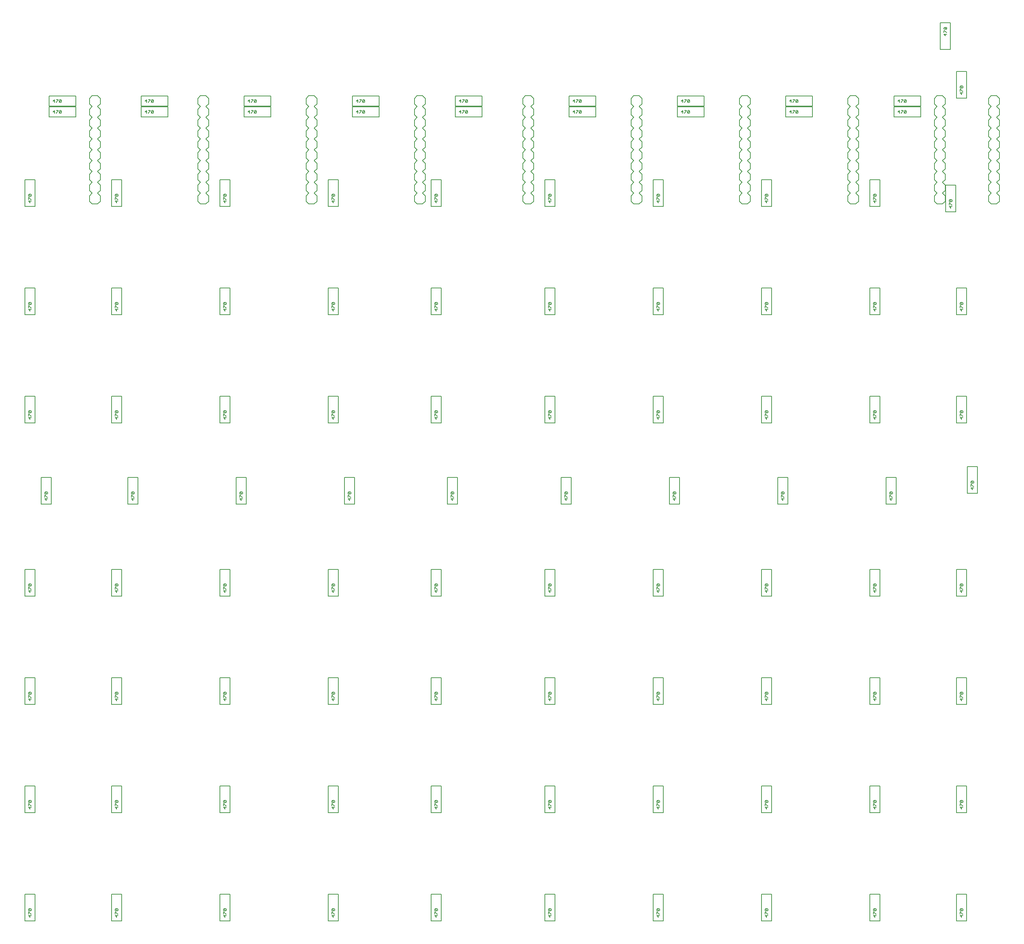
<source format=gto>
G75*
G70*
%OFA0B0*%
%FSLAX24Y24*%
%IPPOS*%
%LPD*%
%AMOC8*
5,1,8,0,0,1.08239X$1,22.5*
%
%ADD10C,0.0050*%
%ADD11C,0.0080*%
D10*
X004091Y006726D02*
X004091Y006906D01*
X004226Y006861D02*
X003956Y006861D01*
X004091Y006726D01*
X004181Y007020D02*
X004226Y007020D01*
X004181Y007020D02*
X004001Y007201D01*
X003956Y007201D01*
X003956Y007020D01*
X004001Y007315D02*
X003956Y007360D01*
X003956Y007450D01*
X004001Y007495D01*
X004181Y007315D01*
X004226Y007360D01*
X004226Y007450D01*
X004181Y007495D01*
X004001Y007495D01*
X004001Y007315D02*
X004181Y007315D01*
X011956Y007360D02*
X011956Y007450D01*
X012001Y007495D01*
X012181Y007315D01*
X012226Y007360D01*
X012226Y007450D01*
X012181Y007495D01*
X012001Y007495D01*
X011956Y007360D02*
X012001Y007315D01*
X012181Y007315D01*
X012001Y007201D02*
X012181Y007020D01*
X012226Y007020D01*
X012226Y006861D02*
X011956Y006861D01*
X012091Y006726D01*
X012091Y006906D01*
X011956Y007020D02*
X011956Y007201D01*
X012001Y007201D01*
X012091Y016726D02*
X012091Y016906D01*
X012226Y016861D02*
X011956Y016861D01*
X012091Y016726D01*
X012181Y017020D02*
X012226Y017020D01*
X012181Y017020D02*
X012001Y017201D01*
X011956Y017201D01*
X011956Y017020D01*
X012001Y017315D02*
X011956Y017360D01*
X011956Y017450D01*
X012001Y017495D01*
X012181Y017315D01*
X012226Y017360D01*
X012226Y017450D01*
X012181Y017495D01*
X012001Y017495D01*
X012001Y017315D02*
X012181Y017315D01*
X004226Y017360D02*
X004181Y017315D01*
X004001Y017495D01*
X004181Y017495D01*
X004226Y017450D01*
X004226Y017360D01*
X004181Y017315D02*
X004001Y017315D01*
X003956Y017360D01*
X003956Y017450D01*
X004001Y017495D01*
X004001Y017201D02*
X004181Y017020D01*
X004226Y017020D01*
X004226Y016861D02*
X003956Y016861D01*
X004091Y016726D01*
X004091Y016906D01*
X003956Y017020D02*
X003956Y017201D01*
X004001Y017201D01*
X004091Y026726D02*
X004091Y026906D01*
X004226Y026861D02*
X003956Y026861D01*
X004091Y026726D01*
X004181Y027020D02*
X004226Y027020D01*
X004181Y027020D02*
X004001Y027201D01*
X003956Y027201D01*
X003956Y027020D01*
X004001Y027315D02*
X003956Y027360D01*
X003956Y027450D01*
X004001Y027495D01*
X004181Y027315D01*
X004226Y027360D01*
X004226Y027450D01*
X004181Y027495D01*
X004001Y027495D01*
X004001Y027315D02*
X004181Y027315D01*
X011956Y027360D02*
X011956Y027450D01*
X012001Y027495D01*
X012181Y027315D01*
X012226Y027360D01*
X012226Y027450D01*
X012181Y027495D01*
X012001Y027495D01*
X011956Y027360D02*
X012001Y027315D01*
X012181Y027315D01*
X012001Y027201D02*
X012181Y027020D01*
X012226Y027020D01*
X012226Y026861D02*
X011956Y026861D01*
X012091Y026726D01*
X012091Y026906D01*
X011956Y027020D02*
X011956Y027201D01*
X012001Y027201D01*
X012091Y036726D02*
X012091Y036906D01*
X012226Y036861D02*
X011956Y036861D01*
X012091Y036726D01*
X012181Y037020D02*
X012226Y037020D01*
X012181Y037020D02*
X012001Y037201D01*
X011956Y037201D01*
X011956Y037020D01*
X012001Y037315D02*
X011956Y037360D01*
X011956Y037450D01*
X012001Y037495D01*
X012181Y037315D01*
X012226Y037360D01*
X012226Y037450D01*
X012181Y037495D01*
X012001Y037495D01*
X012001Y037315D02*
X012181Y037315D01*
X004226Y037360D02*
X004181Y037315D01*
X004001Y037495D01*
X004181Y037495D01*
X004226Y037450D01*
X004226Y037360D01*
X004181Y037315D02*
X004001Y037315D01*
X003956Y037360D01*
X003956Y037450D01*
X004001Y037495D01*
X004001Y037201D02*
X004181Y037020D01*
X004226Y037020D01*
X004226Y036861D02*
X003956Y036861D01*
X004091Y036726D01*
X004091Y036906D01*
X003956Y037020D02*
X003956Y037201D01*
X004001Y037201D01*
X005591Y045226D02*
X005591Y045406D01*
X005726Y045361D02*
X005456Y045361D01*
X005591Y045226D01*
X005681Y045520D02*
X005726Y045520D01*
X005681Y045520D02*
X005501Y045701D01*
X005456Y045701D01*
X005456Y045520D01*
X005501Y045815D02*
X005456Y045860D01*
X005456Y045950D01*
X005501Y045995D01*
X005681Y045815D01*
X005726Y045860D01*
X005726Y045950D01*
X005681Y045995D01*
X005501Y045995D01*
X005501Y045815D02*
X005681Y045815D01*
X004091Y052726D02*
X004091Y052906D01*
X004226Y052861D02*
X003956Y052861D01*
X004091Y052726D01*
X004181Y053020D02*
X004226Y053020D01*
X004181Y053020D02*
X004001Y053201D01*
X003956Y053201D01*
X003956Y053020D01*
X004001Y053315D02*
X003956Y053360D01*
X003956Y053450D01*
X004001Y053495D01*
X004181Y053315D01*
X004226Y053360D01*
X004226Y053450D01*
X004181Y053495D01*
X004001Y053495D01*
X004001Y053315D02*
X004181Y053315D01*
X011956Y053360D02*
X011956Y053450D01*
X012001Y053495D01*
X012181Y053315D01*
X012226Y053360D01*
X012226Y053450D01*
X012181Y053495D01*
X012001Y053495D01*
X011956Y053360D02*
X012001Y053315D01*
X012181Y053315D01*
X012001Y053201D02*
X012181Y053020D01*
X012226Y053020D01*
X012226Y052861D02*
X011956Y052861D01*
X012091Y052726D01*
X012091Y052906D01*
X011956Y053020D02*
X011956Y053201D01*
X012001Y053201D01*
X013501Y045995D02*
X013681Y045815D01*
X013726Y045860D01*
X013726Y045950D01*
X013681Y045995D01*
X013501Y045995D01*
X013456Y045950D01*
X013456Y045860D01*
X013501Y045815D01*
X013681Y045815D01*
X013501Y045701D02*
X013681Y045520D01*
X013726Y045520D01*
X013726Y045361D02*
X013456Y045361D01*
X013591Y045226D01*
X013591Y045406D01*
X013456Y045520D02*
X013456Y045701D01*
X013501Y045701D01*
X021956Y052861D02*
X022091Y052726D01*
X022091Y052906D01*
X022226Y052861D02*
X021956Y052861D01*
X021956Y053020D02*
X021956Y053201D01*
X022001Y053201D01*
X022181Y053020D01*
X022226Y053020D01*
X022181Y053315D02*
X022001Y053495D01*
X022181Y053495D01*
X022226Y053450D01*
X022226Y053360D01*
X022181Y053315D01*
X022001Y053315D01*
X021956Y053360D01*
X021956Y053450D01*
X022001Y053495D01*
X023501Y045995D02*
X023681Y045815D01*
X023726Y045860D01*
X023726Y045950D01*
X023681Y045995D01*
X023501Y045995D01*
X023456Y045950D01*
X023456Y045860D01*
X023501Y045815D01*
X023681Y045815D01*
X023501Y045701D02*
X023681Y045520D01*
X023726Y045520D01*
X023726Y045361D02*
X023456Y045361D01*
X023591Y045226D01*
X023591Y045406D01*
X023456Y045520D02*
X023456Y045701D01*
X023501Y045701D01*
X022181Y037495D02*
X022226Y037450D01*
X022226Y037360D01*
X022181Y037315D01*
X022001Y037495D01*
X022181Y037495D01*
X022181Y037315D02*
X022001Y037315D01*
X021956Y037360D01*
X021956Y037450D01*
X022001Y037495D01*
X022001Y037201D02*
X022181Y037020D01*
X022226Y037020D01*
X022226Y036861D02*
X021956Y036861D01*
X022091Y036726D01*
X022091Y036906D01*
X021956Y037020D02*
X021956Y037201D01*
X022001Y037201D01*
X031956Y037201D02*
X031956Y037020D01*
X031956Y036861D02*
X032091Y036726D01*
X032091Y036906D01*
X032226Y036861D02*
X031956Y036861D01*
X032181Y037020D02*
X032226Y037020D01*
X032181Y037020D02*
X032001Y037201D01*
X031956Y037201D01*
X032001Y037315D02*
X031956Y037360D01*
X031956Y037450D01*
X032001Y037495D01*
X032181Y037315D01*
X032226Y037360D01*
X032226Y037450D01*
X032181Y037495D01*
X032001Y037495D01*
X032001Y037315D02*
X032181Y037315D01*
X033591Y045226D02*
X033591Y045406D01*
X033726Y045361D02*
X033456Y045361D01*
X033591Y045226D01*
X033681Y045520D02*
X033726Y045520D01*
X033681Y045520D02*
X033501Y045701D01*
X033456Y045701D01*
X033456Y045520D01*
X033501Y045815D02*
X033456Y045860D01*
X033456Y045950D01*
X033501Y045995D01*
X033681Y045815D01*
X033726Y045860D01*
X033726Y045950D01*
X033681Y045995D01*
X033501Y045995D01*
X033501Y045815D02*
X033681Y045815D01*
X032091Y052726D02*
X032091Y052906D01*
X032226Y052861D02*
X031956Y052861D01*
X032091Y052726D01*
X032181Y053020D02*
X032226Y053020D01*
X032181Y053020D02*
X032001Y053201D01*
X031956Y053201D01*
X031956Y053020D01*
X032001Y053315D02*
X031956Y053360D01*
X031956Y053450D01*
X032001Y053495D01*
X032181Y053315D01*
X032226Y053360D01*
X032226Y053450D01*
X032181Y053495D01*
X032001Y053495D01*
X032001Y053315D02*
X032181Y053315D01*
X032091Y062726D02*
X032091Y062906D01*
X032226Y062861D02*
X031956Y062861D01*
X032091Y062726D01*
X032181Y063020D02*
X032226Y063020D01*
X032181Y063020D02*
X032001Y063201D01*
X031956Y063201D01*
X031956Y063020D01*
X032001Y063315D02*
X031956Y063360D01*
X031956Y063450D01*
X032001Y063495D01*
X032181Y063315D01*
X032226Y063360D01*
X032226Y063450D01*
X032181Y063495D01*
X032001Y063495D01*
X032001Y063315D02*
X032181Y063315D01*
X041456Y063360D02*
X041456Y063450D01*
X041501Y063495D01*
X041681Y063315D01*
X041726Y063360D01*
X041726Y063450D01*
X041681Y063495D01*
X041501Y063495D01*
X041456Y063360D02*
X041501Y063315D01*
X041681Y063315D01*
X041501Y063201D02*
X041681Y063020D01*
X041726Y063020D01*
X041726Y062861D02*
X041456Y062861D01*
X041591Y062726D01*
X041591Y062906D01*
X041456Y063020D02*
X041456Y063201D01*
X041501Y063201D01*
X041591Y072726D02*
X041591Y072906D01*
X041726Y072861D02*
X041456Y072861D01*
X041591Y072726D01*
X041681Y073020D02*
X041501Y073201D01*
X041456Y073201D01*
X041456Y073020D01*
X041681Y073020D02*
X041726Y073020D01*
X041681Y073315D02*
X041501Y073495D01*
X041681Y073495D01*
X041726Y073450D01*
X041726Y073360D01*
X041681Y073315D01*
X041501Y073315D01*
X041456Y073360D01*
X041456Y073450D01*
X041501Y073495D01*
X043861Y080976D02*
X043861Y081246D01*
X043726Y081111D01*
X043906Y081111D01*
X044020Y081021D02*
X044020Y080976D01*
X044020Y081021D02*
X044201Y081201D01*
X044201Y081246D01*
X044020Y081246D01*
X044315Y081201D02*
X044360Y081246D01*
X044450Y081246D01*
X044495Y081201D01*
X044315Y081021D01*
X044360Y080976D01*
X044450Y080976D01*
X044495Y081021D01*
X044495Y081201D01*
X044315Y081201D02*
X044315Y081021D01*
X044360Y081976D02*
X044315Y082021D01*
X044495Y082201D01*
X044495Y082021D01*
X044450Y081976D01*
X044360Y081976D01*
X044315Y082021D02*
X044315Y082201D01*
X044360Y082246D01*
X044450Y082246D01*
X044495Y082201D01*
X044201Y082201D02*
X044020Y082021D01*
X044020Y081976D01*
X043861Y081976D02*
X043861Y082246D01*
X043726Y082111D01*
X043906Y082111D01*
X044020Y082246D02*
X044201Y082246D01*
X044201Y082201D01*
X052001Y073495D02*
X052181Y073315D01*
X052226Y073360D01*
X052226Y073450D01*
X052181Y073495D01*
X052001Y073495D01*
X051956Y073450D01*
X051956Y073360D01*
X052001Y073315D01*
X052181Y073315D01*
X052001Y073201D02*
X052181Y073020D01*
X052226Y073020D01*
X052226Y072861D02*
X051956Y072861D01*
X052091Y072726D01*
X052091Y072906D01*
X051956Y073020D02*
X051956Y073201D01*
X052001Y073201D01*
X054361Y080976D02*
X054361Y081246D01*
X054226Y081111D01*
X054406Y081111D01*
X054520Y081021D02*
X054520Y080976D01*
X054520Y081021D02*
X054701Y081201D01*
X054701Y081246D01*
X054520Y081246D01*
X054815Y081201D02*
X054860Y081246D01*
X054950Y081246D01*
X054995Y081201D01*
X054815Y081021D01*
X054860Y080976D01*
X054950Y080976D01*
X054995Y081021D01*
X054995Y081201D01*
X054815Y081201D02*
X054815Y081021D01*
X054860Y081976D02*
X054815Y082021D01*
X054995Y082201D01*
X054995Y082021D01*
X054950Y081976D01*
X054860Y081976D01*
X054815Y082021D02*
X054815Y082201D01*
X054860Y082246D01*
X054950Y082246D01*
X054995Y082201D01*
X054701Y082201D02*
X054520Y082021D01*
X054520Y081976D01*
X054361Y081976D02*
X054361Y082246D01*
X054226Y082111D01*
X054406Y082111D01*
X054520Y082246D02*
X054701Y082246D01*
X054701Y082201D01*
X062001Y073495D02*
X062181Y073315D01*
X062226Y073360D01*
X062226Y073450D01*
X062181Y073495D01*
X062001Y073495D01*
X061956Y073450D01*
X061956Y073360D01*
X062001Y073315D01*
X062181Y073315D01*
X062001Y073201D02*
X062181Y073020D01*
X062226Y073020D01*
X062226Y072861D02*
X061956Y072861D01*
X062091Y072726D01*
X062091Y072906D01*
X061956Y073020D02*
X061956Y073201D01*
X062001Y073201D01*
X064361Y080976D02*
X064361Y081246D01*
X064226Y081111D01*
X064406Y081111D01*
X064520Y081021D02*
X064520Y080976D01*
X064520Y081021D02*
X064701Y081201D01*
X064701Y081246D01*
X064520Y081246D01*
X064815Y081201D02*
X064860Y081246D01*
X064950Y081246D01*
X064995Y081201D01*
X064815Y081021D01*
X064860Y080976D01*
X064950Y080976D01*
X064995Y081021D01*
X064995Y081201D01*
X064815Y081201D02*
X064815Y081021D01*
X064860Y081976D02*
X064815Y082021D01*
X064995Y082201D01*
X064995Y082021D01*
X064950Y081976D01*
X064860Y081976D01*
X064815Y082021D02*
X064815Y082201D01*
X064860Y082246D01*
X064950Y082246D01*
X064995Y082201D01*
X064701Y082201D02*
X064520Y082021D01*
X064520Y081976D01*
X064361Y081976D02*
X064361Y082246D01*
X064226Y082111D01*
X064406Y082111D01*
X064520Y082246D02*
X064701Y082246D01*
X064701Y082201D01*
X072001Y073495D02*
X071956Y073450D01*
X071956Y073360D01*
X072001Y073315D01*
X072181Y073315D01*
X072001Y073495D01*
X072181Y073495D01*
X072226Y073450D01*
X072226Y073360D01*
X072181Y073315D01*
X072001Y073201D02*
X071956Y073201D01*
X071956Y073020D01*
X071956Y072861D02*
X072091Y072726D01*
X072091Y072906D01*
X072226Y072861D02*
X071956Y072861D01*
X072181Y073020D02*
X072226Y073020D01*
X072181Y073020D02*
X072001Y073201D01*
X074361Y080976D02*
X074361Y081246D01*
X074226Y081111D01*
X074406Y081111D01*
X074520Y081021D02*
X074520Y080976D01*
X074520Y081021D02*
X074701Y081201D01*
X074701Y081246D01*
X074520Y081246D01*
X074815Y081201D02*
X074860Y081246D01*
X074950Y081246D01*
X074995Y081201D01*
X074815Y081021D01*
X074860Y080976D01*
X074950Y080976D01*
X074995Y081021D01*
X074995Y081201D01*
X074815Y081201D02*
X074815Y081021D01*
X074860Y081976D02*
X074815Y082021D01*
X074995Y082201D01*
X074995Y082021D01*
X074950Y081976D01*
X074860Y081976D01*
X074815Y082021D02*
X074815Y082201D01*
X074860Y082246D01*
X074950Y082246D01*
X074995Y082201D01*
X074701Y082201D02*
X074520Y082021D01*
X074520Y081976D01*
X074361Y081976D02*
X074361Y082246D01*
X074226Y082111D01*
X074406Y082111D01*
X074520Y082246D02*
X074701Y082246D01*
X074701Y082201D01*
X082001Y073495D02*
X082181Y073315D01*
X082226Y073360D01*
X082226Y073450D01*
X082181Y073495D01*
X082001Y073495D01*
X081956Y073450D01*
X081956Y073360D01*
X082001Y073315D01*
X082181Y073315D01*
X082001Y073201D02*
X082181Y073020D01*
X082226Y073020D01*
X082226Y072861D02*
X081956Y072861D01*
X082091Y072726D01*
X082091Y072906D01*
X081956Y073020D02*
X081956Y073201D01*
X082001Y073201D01*
X088956Y072950D02*
X089001Y072995D01*
X089181Y072815D01*
X089226Y072860D01*
X089226Y072950D01*
X089181Y072995D01*
X089001Y072995D01*
X088956Y072950D02*
X088956Y072860D01*
X089001Y072815D01*
X089181Y072815D01*
X089001Y072701D02*
X089181Y072520D01*
X089226Y072520D01*
X089226Y072361D02*
X088956Y072361D01*
X089091Y072226D01*
X089091Y072406D01*
X088956Y072520D02*
X088956Y072701D01*
X089001Y072701D01*
X084950Y080976D02*
X084860Y080976D01*
X084815Y081021D01*
X084995Y081201D01*
X084995Y081021D01*
X084950Y080976D01*
X084815Y081021D02*
X084815Y081201D01*
X084860Y081246D01*
X084950Y081246D01*
X084995Y081201D01*
X084701Y081201D02*
X084520Y081021D01*
X084520Y080976D01*
X084361Y080976D02*
X084361Y081246D01*
X084226Y081111D01*
X084406Y081111D01*
X084520Y081246D02*
X084701Y081246D01*
X084701Y081201D01*
X084860Y081976D02*
X084815Y082021D01*
X084995Y082201D01*
X084995Y082021D01*
X084950Y081976D01*
X084860Y081976D01*
X084815Y082021D02*
X084815Y082201D01*
X084860Y082246D01*
X084950Y082246D01*
X084995Y082201D01*
X084701Y082201D02*
X084520Y082021D01*
X084520Y081976D01*
X084361Y081976D02*
X084361Y082246D01*
X084226Y082111D01*
X084406Y082111D01*
X084520Y082246D02*
X084701Y082246D01*
X084701Y082201D01*
X089956Y082861D02*
X090091Y082726D01*
X090091Y082906D01*
X090226Y082861D02*
X089956Y082861D01*
X089956Y083020D02*
X089956Y083201D01*
X090001Y083201D01*
X090181Y083020D01*
X090226Y083020D01*
X090181Y083315D02*
X090001Y083495D01*
X090181Y083495D01*
X090226Y083450D01*
X090226Y083360D01*
X090181Y083315D01*
X090001Y083315D01*
X089956Y083360D01*
X089956Y083450D01*
X090001Y083495D01*
X088611Y088142D02*
X088611Y088322D01*
X088746Y088277D02*
X088476Y088277D01*
X088611Y088142D01*
X088701Y088436D02*
X088746Y088436D01*
X088701Y088436D02*
X088521Y088617D01*
X088476Y088617D01*
X088476Y088436D01*
X088521Y088731D02*
X088476Y088776D01*
X088476Y088866D01*
X088521Y088911D01*
X088701Y088731D01*
X088746Y088776D01*
X088746Y088866D01*
X088701Y088911D01*
X088521Y088911D01*
X088521Y088731D02*
X088701Y088731D01*
X090001Y063495D02*
X090181Y063315D01*
X090226Y063360D01*
X090226Y063450D01*
X090181Y063495D01*
X090001Y063495D01*
X089956Y063450D01*
X089956Y063360D01*
X090001Y063315D01*
X090181Y063315D01*
X090001Y063201D02*
X090181Y063020D01*
X090226Y063020D01*
X090226Y062861D02*
X089956Y062861D01*
X090091Y062726D01*
X090091Y062906D01*
X089956Y063020D02*
X089956Y063201D01*
X090001Y063201D01*
X082226Y063360D02*
X082181Y063315D01*
X082001Y063495D01*
X082181Y063495D01*
X082226Y063450D01*
X082226Y063360D01*
X082181Y063315D02*
X082001Y063315D01*
X081956Y063360D01*
X081956Y063450D01*
X082001Y063495D01*
X082001Y063201D02*
X082181Y063020D01*
X082226Y063020D01*
X082226Y062861D02*
X081956Y062861D01*
X082091Y062726D01*
X082091Y062906D01*
X081956Y063020D02*
X081956Y063201D01*
X082001Y063201D01*
X082001Y053495D02*
X082181Y053315D01*
X082226Y053360D01*
X082226Y053450D01*
X082181Y053495D01*
X082001Y053495D01*
X081956Y053450D01*
X081956Y053360D01*
X082001Y053315D01*
X082181Y053315D01*
X082001Y053201D02*
X082181Y053020D01*
X082226Y053020D01*
X082226Y052861D02*
X081956Y052861D01*
X082091Y052726D01*
X082091Y052906D01*
X081956Y053020D02*
X081956Y053201D01*
X082001Y053201D01*
X083501Y045995D02*
X083681Y045815D01*
X083726Y045860D01*
X083726Y045950D01*
X083681Y045995D01*
X083501Y045995D01*
X083456Y045950D01*
X083456Y045860D01*
X083501Y045815D01*
X083681Y045815D01*
X083501Y045701D02*
X083681Y045520D01*
X083726Y045520D01*
X083726Y045361D02*
X083456Y045361D01*
X083591Y045226D01*
X083591Y045406D01*
X083456Y045520D02*
X083456Y045701D01*
X083501Y045701D01*
X090091Y052726D02*
X090091Y052906D01*
X090226Y052861D02*
X089956Y052861D01*
X090091Y052726D01*
X090181Y053020D02*
X090226Y053020D01*
X090181Y053020D02*
X090001Y053201D01*
X089956Y053201D01*
X089956Y053020D01*
X090001Y053315D02*
X089956Y053360D01*
X089956Y053450D01*
X090001Y053495D01*
X090181Y053315D01*
X090226Y053360D01*
X090226Y053450D01*
X090181Y053495D01*
X090001Y053495D01*
X090001Y053315D02*
X090181Y053315D01*
X091001Y046995D02*
X091181Y046815D01*
X091226Y046860D01*
X091226Y046950D01*
X091181Y046995D01*
X091001Y046995D01*
X090956Y046950D01*
X090956Y046860D01*
X091001Y046815D01*
X091181Y046815D01*
X091001Y046701D02*
X091181Y046520D01*
X091226Y046520D01*
X091226Y046361D02*
X090956Y046361D01*
X091091Y046226D01*
X091091Y046406D01*
X090956Y046520D02*
X090956Y046701D01*
X091001Y046701D01*
X090181Y037495D02*
X090226Y037450D01*
X090226Y037360D01*
X090181Y037315D01*
X090001Y037495D01*
X090181Y037495D01*
X090181Y037315D02*
X090001Y037315D01*
X089956Y037360D01*
X089956Y037450D01*
X090001Y037495D01*
X090001Y037201D02*
X090181Y037020D01*
X090226Y037020D01*
X090226Y036861D02*
X089956Y036861D01*
X090091Y036726D01*
X090091Y036906D01*
X089956Y037020D02*
X089956Y037201D01*
X090001Y037201D01*
X082226Y037360D02*
X082181Y037315D01*
X082001Y037495D01*
X082181Y037495D01*
X082226Y037450D01*
X082226Y037360D01*
X082181Y037315D02*
X082001Y037315D01*
X081956Y037360D01*
X081956Y037450D01*
X082001Y037495D01*
X082001Y037201D02*
X082181Y037020D01*
X082226Y037020D01*
X082226Y036861D02*
X081956Y036861D01*
X082091Y036726D01*
X082091Y036906D01*
X081956Y037020D02*
X081956Y037201D01*
X082001Y037201D01*
X073726Y045361D02*
X073456Y045361D01*
X073591Y045226D01*
X073591Y045406D01*
X073681Y045520D02*
X073726Y045520D01*
X073681Y045520D02*
X073501Y045701D01*
X073456Y045701D01*
X073456Y045520D01*
X073501Y045815D02*
X073456Y045860D01*
X073456Y045950D01*
X073501Y045995D01*
X073681Y045815D01*
X073726Y045860D01*
X073726Y045950D01*
X073681Y045995D01*
X073501Y045995D01*
X073501Y045815D02*
X073681Y045815D01*
X072091Y052726D02*
X071956Y052861D01*
X072226Y052861D01*
X072091Y052906D02*
X072091Y052726D01*
X072181Y053020D02*
X072226Y053020D01*
X072181Y053020D02*
X072001Y053201D01*
X071956Y053201D01*
X071956Y053020D01*
X072001Y053315D02*
X071956Y053360D01*
X071956Y053450D01*
X072001Y053495D01*
X072181Y053315D01*
X072226Y053360D01*
X072226Y053450D01*
X072181Y053495D01*
X072001Y053495D01*
X072001Y053315D02*
X072181Y053315D01*
X072091Y062726D02*
X072091Y062906D01*
X072226Y062861D02*
X071956Y062861D01*
X072091Y062726D01*
X072181Y063020D02*
X072226Y063020D01*
X072181Y063020D02*
X072001Y063201D01*
X071956Y063201D01*
X071956Y063020D01*
X072001Y063315D02*
X071956Y063360D01*
X071956Y063450D01*
X072001Y063495D01*
X072181Y063315D01*
X072226Y063360D01*
X072226Y063450D01*
X072181Y063495D01*
X072001Y063495D01*
X072001Y063315D02*
X072181Y063315D01*
X062226Y063360D02*
X062181Y063315D01*
X062001Y063495D01*
X062181Y063495D01*
X062226Y063450D01*
X062226Y063360D01*
X062181Y063315D02*
X062001Y063315D01*
X061956Y063360D01*
X061956Y063450D01*
X062001Y063495D01*
X062001Y063201D02*
X062181Y063020D01*
X062226Y063020D01*
X062226Y062861D02*
X061956Y062861D01*
X062091Y062726D01*
X062091Y062906D01*
X061956Y063020D02*
X061956Y063201D01*
X062001Y063201D01*
X062001Y053495D02*
X062181Y053315D01*
X062226Y053360D01*
X062226Y053450D01*
X062181Y053495D01*
X062001Y053495D01*
X061956Y053450D01*
X061956Y053360D01*
X062001Y053315D01*
X062181Y053315D01*
X062001Y053201D02*
X062181Y053020D01*
X062226Y053020D01*
X062226Y052861D02*
X061956Y052861D01*
X062091Y052726D01*
X062091Y052906D01*
X061956Y053020D02*
X061956Y053201D01*
X062001Y053201D01*
X063501Y045995D02*
X063681Y045815D01*
X063726Y045860D01*
X063726Y045950D01*
X063681Y045995D01*
X063501Y045995D01*
X063456Y045950D01*
X063456Y045860D01*
X063501Y045815D01*
X063681Y045815D01*
X063501Y045701D02*
X063681Y045520D01*
X063726Y045520D01*
X063726Y045361D02*
X063456Y045361D01*
X063591Y045226D01*
X063591Y045406D01*
X063456Y045520D02*
X063456Y045701D01*
X063501Y045701D01*
X062181Y037495D02*
X062226Y037450D01*
X062226Y037360D01*
X062181Y037315D01*
X062001Y037495D01*
X062181Y037495D01*
X062181Y037315D02*
X062001Y037315D01*
X061956Y037360D01*
X061956Y037450D01*
X062001Y037495D01*
X062001Y037201D02*
X062181Y037020D01*
X062226Y037020D01*
X062226Y036861D02*
X061956Y036861D01*
X062091Y036726D01*
X062091Y036906D01*
X061956Y037020D02*
X061956Y037201D01*
X062001Y037201D01*
X053726Y045361D02*
X053456Y045361D01*
X053591Y045226D01*
X053591Y045406D01*
X053681Y045520D02*
X053726Y045520D01*
X053681Y045520D02*
X053501Y045701D01*
X053456Y045701D01*
X053456Y045520D01*
X053501Y045815D02*
X053456Y045860D01*
X053456Y045950D01*
X053501Y045995D01*
X053681Y045815D01*
X053726Y045860D01*
X053726Y045950D01*
X053681Y045995D01*
X053501Y045995D01*
X053501Y045815D02*
X053681Y045815D01*
X052091Y052726D02*
X051956Y052861D01*
X052226Y052861D01*
X052091Y052906D02*
X052091Y052726D01*
X052181Y053020D02*
X052226Y053020D01*
X052181Y053020D02*
X052001Y053201D01*
X051956Y053201D01*
X051956Y053020D01*
X052001Y053315D02*
X051956Y053360D01*
X051956Y053450D01*
X052001Y053495D01*
X052181Y053315D01*
X052226Y053360D01*
X052226Y053450D01*
X052181Y053495D01*
X052001Y053495D01*
X052001Y053315D02*
X052181Y053315D01*
X052091Y062726D02*
X052091Y062906D01*
X052226Y062861D02*
X051956Y062861D01*
X052091Y062726D01*
X052181Y063020D02*
X052001Y063201D01*
X051956Y063201D01*
X051956Y063020D01*
X052181Y063020D02*
X052226Y063020D01*
X052181Y063315D02*
X052001Y063495D01*
X052181Y063495D01*
X052226Y063450D01*
X052226Y063360D01*
X052181Y063315D01*
X052001Y063315D01*
X051956Y063360D01*
X051956Y063450D01*
X052001Y063495D01*
X041726Y053450D02*
X041726Y053360D01*
X041681Y053315D01*
X041501Y053495D01*
X041681Y053495D01*
X041726Y053450D01*
X041681Y053315D02*
X041501Y053315D01*
X041456Y053360D01*
X041456Y053450D01*
X041501Y053495D01*
X041501Y053201D02*
X041681Y053020D01*
X041726Y053020D01*
X041726Y052861D02*
X041456Y052861D01*
X041591Y052726D01*
X041591Y052906D01*
X041456Y053020D02*
X041456Y053201D01*
X041501Y053201D01*
X043001Y045995D02*
X043181Y045815D01*
X043226Y045860D01*
X043226Y045950D01*
X043181Y045995D01*
X043001Y045995D01*
X042956Y045950D01*
X042956Y045860D01*
X043001Y045815D01*
X043181Y045815D01*
X043001Y045701D02*
X043181Y045520D01*
X043226Y045520D01*
X043226Y045361D02*
X042956Y045361D01*
X043091Y045226D01*
X043091Y045406D01*
X042956Y045520D02*
X042956Y045701D01*
X043001Y045701D01*
X041681Y037495D02*
X041501Y037495D01*
X041681Y037315D01*
X041726Y037360D01*
X041726Y037450D01*
X041681Y037495D01*
X041681Y037315D02*
X041501Y037315D01*
X041456Y037360D01*
X041456Y037450D01*
X041501Y037495D01*
X041501Y037201D02*
X041681Y037020D01*
X041726Y037020D01*
X041726Y036861D02*
X041456Y036861D01*
X041591Y036726D01*
X041591Y036906D01*
X041456Y037020D02*
X041456Y037201D01*
X041501Y037201D01*
X041501Y027495D02*
X041681Y027315D01*
X041726Y027360D01*
X041726Y027450D01*
X041681Y027495D01*
X041501Y027495D01*
X041456Y027450D01*
X041456Y027360D01*
X041501Y027315D01*
X041681Y027315D01*
X041501Y027201D02*
X041681Y027020D01*
X041726Y027020D01*
X041726Y026861D02*
X041456Y026861D01*
X041591Y026726D01*
X041591Y026906D01*
X041456Y027020D02*
X041456Y027201D01*
X041501Y027201D01*
X032226Y027360D02*
X032181Y027315D01*
X032001Y027495D01*
X032181Y027495D01*
X032226Y027450D01*
X032226Y027360D01*
X032181Y027315D02*
X032001Y027315D01*
X031956Y027360D01*
X031956Y027450D01*
X032001Y027495D01*
X032001Y027201D02*
X032181Y027020D01*
X032226Y027020D01*
X032226Y026861D02*
X031956Y026861D01*
X032091Y026726D01*
X032091Y026906D01*
X031956Y027020D02*
X031956Y027201D01*
X032001Y027201D01*
X032001Y017495D02*
X032181Y017315D01*
X032226Y017360D01*
X032226Y017450D01*
X032181Y017495D01*
X032001Y017495D01*
X031956Y017450D01*
X031956Y017360D01*
X032001Y017315D01*
X032181Y017315D01*
X032001Y017201D02*
X032181Y017020D01*
X032226Y017020D01*
X032226Y016861D02*
X031956Y016861D01*
X032091Y016726D01*
X032091Y016906D01*
X031956Y017020D02*
X031956Y017201D01*
X032001Y017201D01*
X041456Y017201D02*
X041456Y017020D01*
X041456Y016861D02*
X041591Y016726D01*
X041591Y016906D01*
X041726Y016861D02*
X041456Y016861D01*
X041681Y017020D02*
X041501Y017201D01*
X041456Y017201D01*
X041501Y017315D02*
X041456Y017360D01*
X041456Y017450D01*
X041501Y017495D01*
X041681Y017315D01*
X041726Y017360D01*
X041726Y017450D01*
X041681Y017495D01*
X041501Y017495D01*
X041501Y017315D02*
X041681Y017315D01*
X041681Y017020D02*
X041726Y017020D01*
X041681Y007495D02*
X041501Y007495D01*
X041681Y007315D01*
X041726Y007360D01*
X041726Y007450D01*
X041681Y007495D01*
X041681Y007315D02*
X041501Y007315D01*
X041456Y007360D01*
X041456Y007450D01*
X041501Y007495D01*
X041501Y007201D02*
X041681Y007020D01*
X041726Y007020D01*
X041726Y006861D02*
X041456Y006861D01*
X041591Y006726D01*
X041591Y006906D01*
X041456Y007020D02*
X041456Y007201D01*
X041501Y007201D01*
X032226Y007360D02*
X032181Y007315D01*
X032001Y007495D01*
X032181Y007495D01*
X032226Y007450D01*
X032226Y007360D01*
X032181Y007315D02*
X032001Y007315D01*
X031956Y007360D01*
X031956Y007450D01*
X032001Y007495D01*
X032001Y007201D02*
X032181Y007020D01*
X032226Y007020D01*
X032226Y006861D02*
X031956Y006861D01*
X032091Y006726D01*
X032091Y006906D01*
X031956Y007020D02*
X031956Y007201D01*
X032001Y007201D01*
X022226Y007360D02*
X022181Y007315D01*
X022001Y007495D01*
X022181Y007495D01*
X022226Y007450D01*
X022226Y007360D01*
X022181Y007315D02*
X022001Y007315D01*
X021956Y007360D01*
X021956Y007450D01*
X022001Y007495D01*
X022001Y007201D02*
X022181Y007020D01*
X022226Y007020D01*
X022226Y006861D02*
X021956Y006861D01*
X022091Y006726D01*
X022091Y006906D01*
X021956Y007020D02*
X021956Y007201D01*
X022001Y007201D01*
X022091Y016726D02*
X022091Y016906D01*
X022226Y016861D02*
X021956Y016861D01*
X022091Y016726D01*
X022181Y017020D02*
X022226Y017020D01*
X022181Y017020D02*
X022001Y017201D01*
X021956Y017201D01*
X021956Y017020D01*
X022001Y017315D02*
X021956Y017360D01*
X021956Y017450D01*
X022001Y017495D01*
X022181Y017315D01*
X022226Y017360D01*
X022226Y017450D01*
X022181Y017495D01*
X022001Y017495D01*
X022001Y017315D02*
X022181Y017315D01*
X022091Y026726D02*
X022091Y026906D01*
X022226Y026861D02*
X021956Y026861D01*
X022091Y026726D01*
X022181Y027020D02*
X022226Y027020D01*
X022181Y027020D02*
X022001Y027201D01*
X021956Y027201D01*
X021956Y027020D01*
X022001Y027315D02*
X021956Y027360D01*
X021956Y027450D01*
X022001Y027495D01*
X022181Y027315D01*
X022226Y027360D01*
X022226Y027450D01*
X022181Y027495D01*
X022001Y027495D01*
X022001Y027315D02*
X022181Y027315D01*
X051956Y027360D02*
X051956Y027450D01*
X052001Y027495D01*
X052181Y027315D01*
X052226Y027360D01*
X052226Y027450D01*
X052181Y027495D01*
X052001Y027495D01*
X051956Y027360D02*
X052001Y027315D01*
X052181Y027315D01*
X052001Y027201D02*
X052181Y027020D01*
X052226Y027020D01*
X052226Y026861D02*
X051956Y026861D01*
X052091Y026726D01*
X052091Y026906D01*
X051956Y027020D02*
X051956Y027201D01*
X052001Y027201D01*
X052091Y036726D02*
X051956Y036861D01*
X052226Y036861D01*
X052091Y036906D02*
X052091Y036726D01*
X052181Y037020D02*
X052226Y037020D01*
X052181Y037020D02*
X052001Y037201D01*
X051956Y037201D01*
X051956Y037020D01*
X052001Y037315D02*
X051956Y037360D01*
X051956Y037450D01*
X052001Y037495D01*
X052181Y037315D01*
X052226Y037360D01*
X052226Y037450D01*
X052181Y037495D01*
X052001Y037495D01*
X052001Y037315D02*
X052181Y037315D01*
X062001Y027495D02*
X062181Y027315D01*
X062226Y027360D01*
X062226Y027450D01*
X062181Y027495D01*
X062001Y027495D01*
X061956Y027450D01*
X061956Y027360D01*
X062001Y027315D01*
X062181Y027315D01*
X062001Y027201D02*
X062181Y027020D01*
X062226Y027020D01*
X062226Y026861D02*
X061956Y026861D01*
X062091Y026726D01*
X062091Y026906D01*
X061956Y027020D02*
X061956Y027201D01*
X062001Y027201D01*
X062001Y017495D02*
X062181Y017315D01*
X062226Y017360D01*
X062226Y017450D01*
X062181Y017495D01*
X062001Y017495D01*
X061956Y017450D01*
X061956Y017360D01*
X062001Y017315D01*
X062181Y017315D01*
X062001Y017201D02*
X062181Y017020D01*
X062226Y017020D01*
X062226Y016861D02*
X061956Y016861D01*
X062091Y016726D01*
X062091Y016906D01*
X061956Y017020D02*
X061956Y017201D01*
X062001Y017201D01*
X052226Y017360D02*
X052181Y017315D01*
X052001Y017495D01*
X052181Y017495D01*
X052226Y017450D01*
X052226Y017360D01*
X052181Y017315D02*
X052001Y017315D01*
X051956Y017360D01*
X051956Y017450D01*
X052001Y017495D01*
X052001Y017201D02*
X052181Y017020D01*
X052226Y017020D01*
X052226Y016861D02*
X051956Y016861D01*
X052091Y016726D01*
X052091Y016906D01*
X051956Y017020D02*
X051956Y017201D01*
X052001Y017201D01*
X052001Y007495D02*
X052181Y007315D01*
X052226Y007360D01*
X052226Y007450D01*
X052181Y007495D01*
X052001Y007495D01*
X051956Y007450D01*
X051956Y007360D01*
X052001Y007315D01*
X052181Y007315D01*
X052001Y007201D02*
X052181Y007020D01*
X052226Y007020D01*
X052226Y006861D02*
X051956Y006861D01*
X052091Y006726D01*
X052091Y006906D01*
X051956Y007020D02*
X051956Y007201D01*
X052001Y007201D01*
X061956Y007201D02*
X062001Y007201D01*
X062181Y007020D01*
X062226Y007020D01*
X062226Y006861D02*
X061956Y006861D01*
X062091Y006726D01*
X062091Y006906D01*
X061956Y007020D02*
X061956Y007201D01*
X062001Y007315D02*
X061956Y007360D01*
X061956Y007450D01*
X062001Y007495D01*
X062181Y007315D01*
X062226Y007360D01*
X062226Y007450D01*
X062181Y007495D01*
X062001Y007495D01*
X062001Y007315D02*
X062181Y007315D01*
X071956Y007360D02*
X071956Y007450D01*
X072001Y007495D01*
X072181Y007315D01*
X072226Y007360D01*
X072226Y007450D01*
X072181Y007495D01*
X072001Y007495D01*
X071956Y007360D02*
X072001Y007315D01*
X072181Y007315D01*
X072001Y007201D02*
X072181Y007020D01*
X072226Y007020D01*
X072226Y006861D02*
X071956Y006861D01*
X072091Y006726D01*
X072091Y006906D01*
X071956Y007020D02*
X071956Y007201D01*
X072001Y007201D01*
X072091Y016726D02*
X071956Y016861D01*
X072226Y016861D01*
X072091Y016906D02*
X072091Y016726D01*
X072181Y017020D02*
X072226Y017020D01*
X072181Y017020D02*
X072001Y017201D01*
X071956Y017201D01*
X071956Y017020D01*
X072001Y017315D02*
X071956Y017360D01*
X071956Y017450D01*
X072001Y017495D01*
X072181Y017315D01*
X072226Y017360D01*
X072226Y017450D01*
X072181Y017495D01*
X072001Y017495D01*
X072001Y017315D02*
X072181Y017315D01*
X072091Y026726D02*
X071956Y026861D01*
X072226Y026861D01*
X072091Y026906D02*
X072091Y026726D01*
X072181Y027020D02*
X072226Y027020D01*
X072181Y027020D02*
X072001Y027201D01*
X071956Y027201D01*
X071956Y027020D01*
X072001Y027315D02*
X071956Y027360D01*
X071956Y027450D01*
X072001Y027495D01*
X072181Y027315D01*
X072226Y027360D01*
X072226Y027450D01*
X072181Y027495D01*
X072001Y027495D01*
X072001Y027315D02*
X072181Y027315D01*
X072091Y036726D02*
X071956Y036861D01*
X072226Y036861D01*
X072091Y036906D02*
X072091Y036726D01*
X072181Y037020D02*
X072226Y037020D01*
X072181Y037020D02*
X072001Y037201D01*
X071956Y037201D01*
X071956Y037020D01*
X072001Y037315D02*
X071956Y037360D01*
X071956Y037450D01*
X072001Y037495D01*
X072181Y037315D01*
X072226Y037360D01*
X072226Y037450D01*
X072181Y037495D01*
X072001Y037495D01*
X072001Y037315D02*
X072181Y037315D01*
X082001Y027495D02*
X082181Y027315D01*
X082226Y027360D01*
X082226Y027450D01*
X082181Y027495D01*
X082001Y027495D01*
X081956Y027450D01*
X081956Y027360D01*
X082001Y027315D01*
X082181Y027315D01*
X082001Y027201D02*
X082181Y027020D01*
X082226Y027020D01*
X082226Y026861D02*
X081956Y026861D01*
X082091Y026726D01*
X082091Y026906D01*
X081956Y027020D02*
X081956Y027201D01*
X082001Y027201D01*
X089956Y027201D02*
X090001Y027201D01*
X090181Y027020D01*
X090226Y027020D01*
X090226Y026861D02*
X089956Y026861D01*
X090091Y026726D01*
X090091Y026906D01*
X089956Y027020D02*
X089956Y027201D01*
X090001Y027315D02*
X089956Y027360D01*
X089956Y027450D01*
X090001Y027495D01*
X090181Y027315D01*
X090226Y027360D01*
X090226Y027450D01*
X090181Y027495D01*
X090001Y027495D01*
X090001Y027315D02*
X090181Y027315D01*
X090181Y017495D02*
X090226Y017450D01*
X090226Y017360D01*
X090181Y017315D01*
X090001Y017495D01*
X090181Y017495D01*
X090181Y017315D02*
X090001Y017315D01*
X089956Y017360D01*
X089956Y017450D01*
X090001Y017495D01*
X090001Y017201D02*
X090181Y017020D01*
X090226Y017020D01*
X090226Y016861D02*
X089956Y016861D01*
X090091Y016726D01*
X090091Y016906D01*
X089956Y017020D02*
X089956Y017201D01*
X090001Y017201D01*
X082226Y017360D02*
X082181Y017315D01*
X082001Y017495D01*
X082181Y017495D01*
X082226Y017450D01*
X082226Y017360D01*
X082181Y017315D02*
X082001Y017315D01*
X081956Y017360D01*
X081956Y017450D01*
X082001Y017495D01*
X082001Y017201D02*
X082181Y017020D01*
X082226Y017020D01*
X082226Y016861D02*
X081956Y016861D01*
X082091Y016726D01*
X082091Y016906D01*
X081956Y017020D02*
X081956Y017201D01*
X082001Y017201D01*
X082001Y007495D02*
X082181Y007315D01*
X082226Y007360D01*
X082226Y007450D01*
X082181Y007495D01*
X082001Y007495D01*
X081956Y007450D01*
X081956Y007360D01*
X082001Y007315D01*
X082181Y007315D01*
X082001Y007201D02*
X082181Y007020D01*
X082226Y007020D01*
X082226Y006861D02*
X081956Y006861D01*
X082091Y006726D01*
X082091Y006906D01*
X081956Y007020D02*
X081956Y007201D01*
X082001Y007201D01*
X089956Y007201D02*
X090001Y007201D01*
X090181Y007020D01*
X090226Y007020D01*
X090226Y006861D02*
X089956Y006861D01*
X090091Y006726D01*
X090091Y006906D01*
X089956Y007020D02*
X089956Y007201D01*
X090001Y007315D02*
X089956Y007360D01*
X089956Y007450D01*
X090001Y007495D01*
X090181Y007315D01*
X090226Y007360D01*
X090226Y007450D01*
X090181Y007495D01*
X090001Y007495D01*
X090001Y007315D02*
X090181Y007315D01*
X032091Y072726D02*
X032091Y072906D01*
X032226Y072861D02*
X031956Y072861D01*
X032091Y072726D01*
X032181Y073020D02*
X032226Y073020D01*
X032181Y073020D02*
X032001Y073201D01*
X031956Y073201D01*
X031956Y073020D01*
X032001Y073315D02*
X031956Y073360D01*
X031956Y073450D01*
X032001Y073495D01*
X032181Y073315D01*
X032226Y073360D01*
X032226Y073450D01*
X032181Y073495D01*
X032001Y073495D01*
X032001Y073315D02*
X032181Y073315D01*
X034361Y080976D02*
X034361Y081246D01*
X034226Y081111D01*
X034406Y081111D01*
X034520Y081021D02*
X034520Y080976D01*
X034520Y081021D02*
X034701Y081201D01*
X034701Y081246D01*
X034520Y081246D01*
X034815Y081201D02*
X034860Y081246D01*
X034950Y081246D01*
X034995Y081201D01*
X034815Y081021D01*
X034860Y080976D01*
X034950Y080976D01*
X034995Y081021D01*
X034995Y081201D01*
X034815Y081201D02*
X034815Y081021D01*
X034860Y081976D02*
X034815Y082021D01*
X034995Y082201D01*
X034995Y082021D01*
X034950Y081976D01*
X034860Y081976D01*
X034815Y082021D02*
X034815Y082201D01*
X034860Y082246D01*
X034950Y082246D01*
X034995Y082201D01*
X034701Y082201D02*
X034520Y082021D01*
X034520Y081976D01*
X034361Y081976D02*
X034361Y082246D01*
X034226Y082111D01*
X034406Y082111D01*
X034520Y082246D02*
X034701Y082246D01*
X034701Y082201D01*
X024995Y082201D02*
X024815Y082021D01*
X024860Y081976D01*
X024950Y081976D01*
X024995Y082021D01*
X024995Y082201D01*
X024950Y082246D01*
X024860Y082246D01*
X024815Y082201D01*
X024815Y082021D01*
X024701Y082201D02*
X024520Y082021D01*
X024520Y081976D01*
X024361Y081976D02*
X024361Y082246D01*
X024226Y082111D01*
X024406Y082111D01*
X024520Y082246D02*
X024701Y082246D01*
X024701Y082201D01*
X024701Y081246D02*
X024520Y081246D01*
X024361Y081246D02*
X024226Y081111D01*
X024406Y081111D01*
X024361Y080976D02*
X024361Y081246D01*
X024520Y081021D02*
X024520Y080976D01*
X024520Y081021D02*
X024701Y081201D01*
X024701Y081246D01*
X024815Y081201D02*
X024860Y081246D01*
X024950Y081246D01*
X024995Y081201D01*
X024815Y081021D01*
X024860Y080976D01*
X024950Y080976D01*
X024995Y081021D01*
X024995Y081201D01*
X024815Y081201D02*
X024815Y081021D01*
X022181Y073495D02*
X022226Y073450D01*
X022226Y073360D01*
X022181Y073315D01*
X022001Y073495D01*
X022181Y073495D01*
X022181Y073315D02*
X022001Y073315D01*
X021956Y073360D01*
X021956Y073450D01*
X022001Y073495D01*
X022001Y073201D02*
X022181Y073020D01*
X022226Y073020D01*
X022226Y072861D02*
X021956Y072861D01*
X022091Y072726D01*
X022091Y072906D01*
X021956Y073020D02*
X021956Y073201D01*
X022001Y073201D01*
X015450Y080976D02*
X015360Y080976D01*
X015315Y081021D01*
X015495Y081201D01*
X015495Y081021D01*
X015450Y080976D01*
X015315Y081021D02*
X015315Y081201D01*
X015360Y081246D01*
X015450Y081246D01*
X015495Y081201D01*
X015201Y081201D02*
X015020Y081021D01*
X015020Y080976D01*
X014861Y080976D02*
X014861Y081246D01*
X014726Y081111D01*
X014906Y081111D01*
X015020Y081246D02*
X015201Y081246D01*
X015201Y081201D01*
X015360Y081976D02*
X015315Y082021D01*
X015495Y082201D01*
X015495Y082021D01*
X015450Y081976D01*
X015360Y081976D01*
X015315Y082021D02*
X015315Y082201D01*
X015360Y082246D01*
X015450Y082246D01*
X015495Y082201D01*
X015201Y082201D02*
X015020Y082021D01*
X015020Y081976D01*
X014861Y081976D02*
X014861Y082246D01*
X014726Y082111D01*
X014906Y082111D01*
X015020Y082246D02*
X015201Y082246D01*
X015201Y082201D01*
X006995Y082201D02*
X006815Y082021D01*
X006860Y081976D01*
X006950Y081976D01*
X006995Y082021D01*
X006995Y082201D01*
X006950Y082246D01*
X006860Y082246D01*
X006815Y082201D01*
X006815Y082021D01*
X006701Y082201D02*
X006520Y082021D01*
X006520Y081976D01*
X006361Y081976D02*
X006361Y082246D01*
X006226Y082111D01*
X006406Y082111D01*
X006520Y082246D02*
X006701Y082246D01*
X006701Y082201D01*
X006701Y081246D02*
X006520Y081246D01*
X006361Y081246D02*
X006226Y081111D01*
X006406Y081111D01*
X006361Y080976D02*
X006361Y081246D01*
X006520Y081021D02*
X006520Y080976D01*
X006520Y081021D02*
X006701Y081201D01*
X006701Y081246D01*
X006815Y081201D02*
X006860Y081246D01*
X006950Y081246D01*
X006995Y081201D01*
X006815Y081021D01*
X006860Y080976D01*
X006950Y080976D01*
X006995Y081021D01*
X006995Y081201D01*
X006815Y081201D02*
X006815Y081021D01*
X004181Y073495D02*
X004226Y073450D01*
X004226Y073360D01*
X004181Y073315D01*
X004001Y073495D01*
X004181Y073495D01*
X004181Y073315D02*
X004001Y073315D01*
X003956Y073360D01*
X003956Y073450D01*
X004001Y073495D01*
X004001Y073201D02*
X004181Y073020D01*
X004226Y073020D01*
X004226Y072861D02*
X003956Y072861D01*
X004091Y072726D01*
X004091Y072906D01*
X003956Y073020D02*
X003956Y073201D01*
X004001Y073201D01*
X011956Y073201D02*
X012001Y073201D01*
X012181Y073020D01*
X012226Y073020D01*
X012226Y072861D02*
X011956Y072861D01*
X012091Y072726D01*
X012091Y072906D01*
X011956Y073020D02*
X011956Y073201D01*
X012001Y073315D02*
X011956Y073360D01*
X011956Y073450D01*
X012001Y073495D01*
X012181Y073315D01*
X012226Y073360D01*
X012226Y073450D01*
X012181Y073495D01*
X012001Y073495D01*
X012001Y073315D02*
X012181Y073315D01*
X012181Y063495D02*
X012226Y063450D01*
X012226Y063360D01*
X012181Y063315D01*
X012001Y063495D01*
X012181Y063495D01*
X012181Y063315D02*
X012001Y063315D01*
X011956Y063360D01*
X011956Y063450D01*
X012001Y063495D01*
X012001Y063201D02*
X012181Y063020D01*
X012226Y063020D01*
X012226Y062861D02*
X011956Y062861D01*
X012091Y062726D01*
X012091Y062906D01*
X011956Y063020D02*
X011956Y063201D01*
X012001Y063201D01*
X004226Y063360D02*
X004181Y063315D01*
X004001Y063495D01*
X004181Y063495D01*
X004226Y063450D01*
X004226Y063360D01*
X004181Y063315D02*
X004001Y063315D01*
X003956Y063360D01*
X003956Y063450D01*
X004001Y063495D01*
X004001Y063201D02*
X004181Y063020D01*
X004226Y063020D01*
X004226Y062861D02*
X003956Y062861D01*
X004091Y062726D01*
X004091Y062906D01*
X003956Y063020D02*
X003956Y063201D01*
X004001Y063201D01*
X021956Y063201D02*
X022001Y063201D01*
X022181Y063020D01*
X022226Y063020D01*
X022226Y062861D02*
X021956Y062861D01*
X022091Y062726D01*
X022091Y062906D01*
X021956Y063020D02*
X021956Y063201D01*
X022001Y063315D02*
X021956Y063360D01*
X021956Y063450D01*
X022001Y063495D01*
X022181Y063315D01*
X022226Y063360D01*
X022226Y063450D01*
X022181Y063495D01*
X022001Y063495D01*
X022001Y063315D02*
X022181Y063315D01*
D11*
X003628Y008841D02*
X003628Y006361D01*
X004573Y006361D01*
X004573Y008841D01*
X003628Y008841D01*
X003628Y016361D02*
X003628Y018841D01*
X004573Y018841D01*
X004573Y016361D01*
X003628Y016361D01*
X011628Y016361D02*
X011628Y018841D01*
X012573Y018841D01*
X012573Y016361D01*
X011628Y016361D01*
X011628Y008841D02*
X012573Y008841D01*
X012573Y006361D01*
X011628Y006361D01*
X011628Y008841D01*
X021628Y008841D02*
X021628Y006361D01*
X022573Y006361D01*
X022573Y008841D01*
X021628Y008841D01*
X021628Y016361D02*
X021628Y018841D01*
X022573Y018841D01*
X022573Y016361D01*
X021628Y016361D01*
X021628Y026361D02*
X021628Y028841D01*
X022573Y028841D01*
X022573Y026361D01*
X021628Y026361D01*
X012573Y026361D02*
X012573Y028841D01*
X011628Y028841D01*
X011628Y026361D01*
X012573Y026361D01*
X004573Y026361D02*
X004573Y028841D01*
X003628Y028841D01*
X003628Y026361D01*
X004573Y026361D01*
X004573Y036361D02*
X003628Y036361D01*
X003628Y038841D01*
X004573Y038841D01*
X004573Y036361D01*
X011628Y036361D02*
X011628Y038841D01*
X012573Y038841D01*
X012573Y036361D01*
X011628Y036361D01*
X013128Y044861D02*
X013128Y047341D01*
X014073Y047341D01*
X014073Y044861D01*
X013128Y044861D01*
X006073Y044861D02*
X006073Y047341D01*
X005128Y047341D01*
X005128Y044861D01*
X006073Y044861D01*
X004573Y052361D02*
X003628Y052361D01*
X003628Y054841D01*
X004573Y054841D01*
X004573Y052361D01*
X011628Y052361D02*
X011628Y054841D01*
X012573Y054841D01*
X012573Y052361D01*
X011628Y052361D01*
X011628Y062361D02*
X011628Y064841D01*
X012573Y064841D01*
X012573Y062361D01*
X011628Y062361D01*
X004573Y062361D02*
X004573Y064841D01*
X003628Y064841D01*
X003628Y062361D01*
X004573Y062361D01*
X004573Y072361D02*
X003628Y072361D01*
X003628Y074841D01*
X004573Y074841D01*
X004573Y072361D01*
X009601Y072851D02*
X009851Y072601D01*
X010351Y072601D01*
X010601Y072851D01*
X010601Y073351D01*
X010351Y073601D01*
X010601Y073851D01*
X010601Y074351D01*
X010351Y074601D01*
X010601Y074851D01*
X010601Y075351D01*
X010351Y075601D01*
X010601Y075851D01*
X010601Y076351D01*
X010351Y076601D01*
X010601Y076851D01*
X010601Y077351D01*
X010351Y077601D01*
X010601Y077851D01*
X010601Y078351D01*
X010351Y078601D01*
X010601Y078851D01*
X010601Y079351D01*
X010351Y079601D01*
X010601Y079851D01*
X010601Y080351D01*
X010351Y080601D01*
X010601Y080851D01*
X010601Y081351D01*
X010351Y081601D01*
X010601Y081851D01*
X010601Y082351D01*
X010351Y082601D01*
X009851Y082601D01*
X009601Y082351D01*
X009601Y081851D01*
X009851Y081601D01*
X009601Y081351D01*
X009601Y080851D01*
X009851Y080601D01*
X009601Y080351D01*
X009601Y079851D01*
X009851Y079601D01*
X009601Y079351D01*
X009601Y078851D01*
X009851Y078601D01*
X009601Y078351D01*
X009601Y077851D01*
X009851Y077601D01*
X009601Y077351D01*
X009601Y076851D01*
X009851Y076601D01*
X009601Y076351D01*
X009601Y075851D01*
X009851Y075601D01*
X009601Y075351D01*
X009601Y074851D01*
X009851Y074601D01*
X009601Y074351D01*
X009601Y073851D01*
X009851Y073601D01*
X009601Y073351D01*
X009601Y072851D01*
X011628Y072361D02*
X011628Y074841D01*
X012573Y074841D01*
X012573Y072361D01*
X011628Y072361D01*
X019601Y072851D02*
X019851Y072601D01*
X020351Y072601D01*
X020601Y072851D01*
X020601Y073351D01*
X020351Y073601D01*
X020601Y073851D01*
X020601Y074351D01*
X020351Y074601D01*
X020601Y074851D01*
X020601Y075351D01*
X020351Y075601D01*
X020601Y075851D01*
X020601Y076351D01*
X020351Y076601D01*
X020601Y076851D01*
X020601Y077351D01*
X020351Y077601D01*
X020601Y077851D01*
X020601Y078351D01*
X020351Y078601D01*
X020601Y078851D01*
X020601Y079351D01*
X020351Y079601D01*
X020601Y079851D01*
X020601Y080351D01*
X020351Y080601D01*
X020601Y080851D01*
X020601Y081351D01*
X020351Y081601D01*
X020601Y081851D01*
X020601Y082351D01*
X020351Y082601D01*
X019851Y082601D01*
X019601Y082351D01*
X019601Y081851D01*
X019851Y081601D01*
X019601Y081351D01*
X019601Y080851D01*
X019851Y080601D01*
X019601Y080351D01*
X019601Y079851D01*
X019851Y079601D01*
X019601Y079351D01*
X019601Y078851D01*
X019851Y078601D01*
X019601Y078351D01*
X019601Y077851D01*
X019851Y077601D01*
X019601Y077351D01*
X019601Y076851D01*
X019851Y076601D01*
X019601Y076351D01*
X019601Y075851D01*
X019851Y075601D01*
X019601Y075351D01*
X019601Y074851D01*
X019851Y074601D01*
X019601Y074351D01*
X019601Y073851D01*
X019851Y073601D01*
X019601Y073351D01*
X019601Y072851D01*
X021628Y072361D02*
X021628Y074841D01*
X022573Y074841D01*
X022573Y072361D01*
X021628Y072361D01*
X021628Y064841D02*
X022573Y064841D01*
X022573Y062361D01*
X021628Y062361D01*
X021628Y064841D01*
X029601Y072851D02*
X029601Y073351D01*
X029851Y073601D01*
X029601Y073851D01*
X029601Y074351D01*
X029851Y074601D01*
X029601Y074851D01*
X029601Y075351D01*
X029851Y075601D01*
X029601Y075851D01*
X029601Y076351D01*
X029851Y076601D01*
X029601Y076851D01*
X029601Y077351D01*
X029851Y077601D01*
X029601Y077851D01*
X029601Y078351D01*
X029851Y078601D01*
X029601Y078851D01*
X029601Y079351D01*
X029851Y079601D01*
X029601Y079851D01*
X029601Y080351D01*
X029851Y080601D01*
X029601Y080851D01*
X029601Y081351D01*
X029851Y081601D01*
X029601Y081851D01*
X029601Y082351D01*
X029851Y082601D01*
X030351Y082601D01*
X030601Y082351D01*
X030601Y081851D01*
X030351Y081601D01*
X030601Y081351D01*
X030601Y080851D01*
X030351Y080601D01*
X030601Y080351D01*
X030601Y079851D01*
X030351Y079601D01*
X030601Y079351D01*
X030601Y078851D01*
X030351Y078601D01*
X030601Y078351D01*
X030601Y077851D01*
X030351Y077601D01*
X030601Y077351D01*
X030601Y076851D01*
X030351Y076601D01*
X030601Y076351D01*
X030601Y075851D01*
X030351Y075601D01*
X030601Y075351D01*
X030601Y074851D01*
X030351Y074601D01*
X030601Y074351D01*
X030601Y073851D01*
X030351Y073601D01*
X030601Y073351D01*
X030601Y072851D01*
X030351Y072601D01*
X029851Y072601D01*
X029601Y072851D01*
X031628Y072361D02*
X031628Y074841D01*
X032573Y074841D01*
X032573Y072361D01*
X031628Y072361D01*
X031628Y064841D02*
X032573Y064841D01*
X032573Y062361D01*
X031628Y062361D01*
X031628Y064841D01*
X039601Y072851D02*
X039851Y072601D01*
X040351Y072601D01*
X040601Y072851D01*
X040601Y073351D01*
X040351Y073601D01*
X040601Y073851D01*
X040601Y074351D01*
X040351Y074601D01*
X040601Y074851D01*
X040601Y075351D01*
X040351Y075601D01*
X040601Y075851D01*
X040601Y076351D01*
X040351Y076601D01*
X040601Y076851D01*
X040601Y077351D01*
X040351Y077601D01*
X040601Y077851D01*
X040601Y078351D01*
X040351Y078601D01*
X040601Y078851D01*
X040601Y079351D01*
X040351Y079601D01*
X040601Y079851D01*
X040601Y080351D01*
X040351Y080601D01*
X040601Y080851D01*
X040601Y081351D01*
X040351Y081601D01*
X040601Y081851D01*
X040601Y082351D01*
X040351Y082601D01*
X039851Y082601D01*
X039601Y082351D01*
X039601Y081851D01*
X039851Y081601D01*
X039601Y081351D01*
X039601Y080851D01*
X039851Y080601D01*
X039601Y080351D01*
X039601Y079851D01*
X039851Y079601D01*
X039601Y079351D01*
X039601Y078851D01*
X039851Y078601D01*
X039601Y078351D01*
X039601Y077851D01*
X039851Y077601D01*
X039601Y077351D01*
X039601Y076851D01*
X039851Y076601D01*
X039601Y076351D01*
X039601Y075851D01*
X039851Y075601D01*
X039601Y075351D01*
X039601Y074851D01*
X039851Y074601D01*
X039601Y074351D01*
X039601Y073851D01*
X039851Y073601D01*
X039601Y073351D01*
X039601Y072851D01*
X041128Y072361D02*
X041128Y074841D01*
X042073Y074841D01*
X042073Y072361D01*
X041128Y072361D01*
X041128Y064841D02*
X042073Y064841D01*
X042073Y062361D01*
X041128Y062361D01*
X041128Y064841D01*
X049601Y072851D02*
X049601Y073351D01*
X049851Y073601D01*
X049601Y073851D01*
X049601Y074351D01*
X049851Y074601D01*
X049601Y074851D01*
X049601Y075351D01*
X049851Y075601D01*
X049601Y075851D01*
X049601Y076351D01*
X049851Y076601D01*
X049601Y076851D01*
X049601Y077351D01*
X049851Y077601D01*
X049601Y077851D01*
X049601Y078351D01*
X049851Y078601D01*
X049601Y078851D01*
X049601Y079351D01*
X049851Y079601D01*
X049601Y079851D01*
X049601Y080351D01*
X049851Y080601D01*
X049601Y080851D01*
X049601Y081351D01*
X049851Y081601D01*
X049601Y081851D01*
X049601Y082351D01*
X049851Y082601D01*
X050351Y082601D01*
X050601Y082351D01*
X050601Y081851D01*
X050351Y081601D01*
X050601Y081351D01*
X050601Y080851D01*
X050351Y080601D01*
X050601Y080351D01*
X050601Y079851D01*
X050351Y079601D01*
X050601Y079351D01*
X050601Y078851D01*
X050351Y078601D01*
X050601Y078351D01*
X050601Y077851D01*
X050351Y077601D01*
X050601Y077351D01*
X050601Y076851D01*
X050351Y076601D01*
X050601Y076351D01*
X050601Y075851D01*
X050351Y075601D01*
X050601Y075351D01*
X050601Y074851D01*
X050351Y074601D01*
X050601Y074351D01*
X050601Y073851D01*
X050351Y073601D01*
X050601Y073351D01*
X050601Y072851D01*
X050351Y072601D01*
X049851Y072601D01*
X049601Y072851D01*
X051628Y072361D02*
X051628Y074841D01*
X052573Y074841D01*
X052573Y072361D01*
X051628Y072361D01*
X051628Y064841D02*
X052573Y064841D01*
X052573Y062361D01*
X051628Y062361D01*
X051628Y064841D01*
X059601Y072851D02*
X059851Y072601D01*
X060351Y072601D01*
X060601Y072851D01*
X060601Y073351D01*
X060351Y073601D01*
X060601Y073851D01*
X060601Y074351D01*
X060351Y074601D01*
X060601Y074851D01*
X060601Y075351D01*
X060351Y075601D01*
X060601Y075851D01*
X060601Y076351D01*
X060351Y076601D01*
X060601Y076851D01*
X060601Y077351D01*
X060351Y077601D01*
X060601Y077851D01*
X060601Y078351D01*
X060351Y078601D01*
X060601Y078851D01*
X060601Y079351D01*
X060351Y079601D01*
X060601Y079851D01*
X060601Y080351D01*
X060351Y080601D01*
X060601Y080851D01*
X060601Y081351D01*
X060351Y081601D01*
X060601Y081851D01*
X060601Y082351D01*
X060351Y082601D01*
X059851Y082601D01*
X059601Y082351D01*
X059601Y081851D01*
X059851Y081601D01*
X059601Y081351D01*
X059601Y080851D01*
X059851Y080601D01*
X059601Y080351D01*
X059601Y079851D01*
X059851Y079601D01*
X059601Y079351D01*
X059601Y078851D01*
X059851Y078601D01*
X059601Y078351D01*
X059601Y077851D01*
X059851Y077601D01*
X059601Y077351D01*
X059601Y076851D01*
X059851Y076601D01*
X059601Y076351D01*
X059601Y075851D01*
X059851Y075601D01*
X059601Y075351D01*
X059601Y074851D01*
X059851Y074601D01*
X059601Y074351D01*
X059601Y073851D01*
X059851Y073601D01*
X059601Y073351D01*
X059601Y072851D01*
X061628Y072361D02*
X061628Y074841D01*
X062573Y074841D01*
X062573Y072361D01*
X061628Y072361D01*
X061628Y064841D02*
X062573Y064841D01*
X062573Y062361D01*
X061628Y062361D01*
X061628Y064841D01*
X069601Y072851D02*
X069851Y072601D01*
X070351Y072601D01*
X070601Y072851D01*
X070601Y073351D01*
X070351Y073601D01*
X070601Y073851D01*
X070601Y074351D01*
X070351Y074601D01*
X070601Y074851D01*
X070601Y075351D01*
X070351Y075601D01*
X070601Y075851D01*
X070601Y076351D01*
X070351Y076601D01*
X070601Y076851D01*
X070601Y077351D01*
X070351Y077601D01*
X070601Y077851D01*
X070601Y078351D01*
X070351Y078601D01*
X070601Y078851D01*
X070601Y079351D01*
X070351Y079601D01*
X070601Y079851D01*
X070601Y080351D01*
X070351Y080601D01*
X070601Y080851D01*
X070601Y081351D01*
X070351Y081601D01*
X070601Y081851D01*
X070601Y082351D01*
X070351Y082601D01*
X069851Y082601D01*
X069601Y082351D01*
X069601Y081851D01*
X069851Y081601D01*
X069601Y081351D01*
X069601Y080851D01*
X069851Y080601D01*
X069601Y080351D01*
X069601Y079851D01*
X069851Y079601D01*
X069601Y079351D01*
X069601Y078851D01*
X069851Y078601D01*
X069601Y078351D01*
X069601Y077851D01*
X069851Y077601D01*
X069601Y077351D01*
X069601Y076851D01*
X069851Y076601D01*
X069601Y076351D01*
X069601Y075851D01*
X069851Y075601D01*
X069601Y075351D01*
X069601Y074851D01*
X069851Y074601D01*
X069601Y074351D01*
X069601Y073851D01*
X069851Y073601D01*
X069601Y073351D01*
X069601Y072851D01*
X071628Y072361D02*
X071628Y074841D01*
X072573Y074841D01*
X072573Y072361D01*
X071628Y072361D01*
X071628Y064841D02*
X072573Y064841D01*
X072573Y062361D01*
X071628Y062361D01*
X071628Y064841D01*
X079601Y072851D02*
X079601Y073351D01*
X079851Y073601D01*
X079601Y073851D01*
X079601Y074351D01*
X079851Y074601D01*
X079601Y074851D01*
X079601Y075351D01*
X079851Y075601D01*
X079601Y075851D01*
X079601Y076351D01*
X079851Y076601D01*
X079601Y076851D01*
X079601Y077351D01*
X079851Y077601D01*
X079601Y077851D01*
X079601Y078351D01*
X079851Y078601D01*
X079601Y078851D01*
X079601Y079351D01*
X079851Y079601D01*
X079601Y079851D01*
X079601Y080351D01*
X079851Y080601D01*
X079601Y080851D01*
X079601Y081351D01*
X079851Y081601D01*
X079601Y081851D01*
X079601Y082351D01*
X079851Y082601D01*
X080351Y082601D01*
X080601Y082351D01*
X080601Y081851D01*
X080351Y081601D01*
X080601Y081351D01*
X080601Y080851D01*
X080351Y080601D01*
X080601Y080351D01*
X080601Y079851D01*
X080351Y079601D01*
X080601Y079351D01*
X080601Y078851D01*
X080351Y078601D01*
X080601Y078351D01*
X080601Y077851D01*
X080351Y077601D01*
X080601Y077351D01*
X080601Y076851D01*
X080351Y076601D01*
X080601Y076351D01*
X080601Y075851D01*
X080351Y075601D01*
X080601Y075351D01*
X080601Y074851D01*
X080351Y074601D01*
X080601Y074351D01*
X080601Y073851D01*
X080351Y073601D01*
X080601Y073351D01*
X080601Y072851D01*
X080351Y072601D01*
X079851Y072601D01*
X079601Y072851D01*
X081628Y072361D02*
X081628Y074841D01*
X082573Y074841D01*
X082573Y072361D01*
X081628Y072361D01*
X087601Y072851D02*
X087851Y072601D01*
X088351Y072601D01*
X088601Y072851D01*
X088601Y073351D01*
X088351Y073601D01*
X088601Y073851D01*
X088601Y074351D01*
X088351Y074601D01*
X088601Y074851D01*
X088601Y075351D01*
X088351Y075601D01*
X088601Y075851D01*
X088601Y076351D01*
X088351Y076601D01*
X088601Y076851D01*
X088601Y077351D01*
X088351Y077601D01*
X088601Y077851D01*
X088601Y078351D01*
X088351Y078601D01*
X088601Y078851D01*
X088601Y079351D01*
X088351Y079601D01*
X088601Y079851D01*
X088601Y080351D01*
X088351Y080601D01*
X088601Y080851D01*
X088601Y081351D01*
X088351Y081601D01*
X088601Y081851D01*
X088601Y082351D01*
X088351Y082601D01*
X087851Y082601D01*
X087601Y082351D01*
X087601Y081851D01*
X087851Y081601D01*
X087601Y081351D01*
X087601Y080851D01*
X087851Y080601D01*
X087601Y080351D01*
X087601Y079851D01*
X087851Y079601D01*
X087601Y079351D01*
X087601Y078851D01*
X087851Y078601D01*
X087601Y078351D01*
X087601Y077851D01*
X087851Y077601D01*
X087601Y077351D01*
X087601Y076851D01*
X087851Y076601D01*
X087601Y076351D01*
X087601Y075851D01*
X087851Y075601D01*
X087601Y075351D01*
X087601Y074851D01*
X087851Y074601D01*
X087601Y074351D01*
X087601Y073851D01*
X087851Y073601D01*
X087601Y073351D01*
X087601Y072851D01*
X088628Y071861D02*
X088628Y074341D01*
X089573Y074341D01*
X089573Y071861D01*
X088628Y071861D01*
X092601Y072851D02*
X092851Y072601D01*
X093351Y072601D01*
X093601Y072851D01*
X093601Y073351D01*
X093351Y073601D01*
X093601Y073851D01*
X093601Y074351D01*
X093351Y074601D01*
X093601Y074851D01*
X093601Y075351D01*
X093351Y075601D01*
X093601Y075851D01*
X093601Y076351D01*
X093351Y076601D01*
X093601Y076851D01*
X093601Y077351D01*
X093351Y077601D01*
X093601Y077851D01*
X093601Y078351D01*
X093351Y078601D01*
X093601Y078851D01*
X093601Y079351D01*
X093351Y079601D01*
X093601Y079851D01*
X093601Y080351D01*
X093351Y080601D01*
X093601Y080851D01*
X093601Y081351D01*
X093351Y081601D01*
X093601Y081851D01*
X093601Y082351D01*
X093351Y082601D01*
X092851Y082601D01*
X092601Y082351D01*
X092601Y081851D01*
X092851Y081601D01*
X092601Y081351D01*
X092601Y080851D01*
X092851Y080601D01*
X092601Y080351D01*
X092601Y079851D01*
X092851Y079601D01*
X092601Y079351D01*
X092601Y078851D01*
X092851Y078601D01*
X092601Y078351D01*
X092601Y077851D01*
X092851Y077601D01*
X092601Y077351D01*
X092601Y076851D01*
X092851Y076601D01*
X092601Y076351D01*
X092601Y075851D01*
X092851Y075601D01*
X092601Y075351D01*
X092601Y074851D01*
X092851Y074601D01*
X092601Y074351D01*
X092601Y073851D01*
X092851Y073601D01*
X092601Y073351D01*
X092601Y072851D01*
X090573Y064841D02*
X089628Y064841D01*
X089628Y062361D01*
X090573Y062361D01*
X090573Y064841D01*
X082573Y064841D02*
X082573Y062361D01*
X081628Y062361D01*
X081628Y064841D01*
X082573Y064841D01*
X082573Y054841D02*
X081628Y054841D01*
X081628Y052361D01*
X082573Y052361D01*
X082573Y054841D01*
X089628Y054841D02*
X089628Y052361D01*
X090573Y052361D01*
X090573Y054841D01*
X089628Y054841D01*
X090628Y048341D02*
X091573Y048341D01*
X091573Y045861D01*
X090628Y045861D01*
X090628Y048341D01*
X084073Y047341D02*
X084073Y044861D01*
X083128Y044861D01*
X083128Y047341D01*
X084073Y047341D01*
X082573Y038841D02*
X081628Y038841D01*
X081628Y036361D01*
X082573Y036361D01*
X082573Y038841D01*
X089628Y038841D02*
X089628Y036361D01*
X090573Y036361D01*
X090573Y038841D01*
X089628Y038841D01*
X089628Y028841D02*
X090573Y028841D01*
X090573Y026361D01*
X089628Y026361D01*
X089628Y028841D01*
X082573Y028841D02*
X082573Y026361D01*
X081628Y026361D01*
X081628Y028841D01*
X082573Y028841D01*
X072573Y028841D02*
X072573Y026361D01*
X071628Y026361D01*
X071628Y028841D01*
X072573Y028841D01*
X072573Y036361D02*
X071628Y036361D01*
X071628Y038841D01*
X072573Y038841D01*
X072573Y036361D01*
X073128Y044861D02*
X073128Y047341D01*
X074073Y047341D01*
X074073Y044861D01*
X073128Y044861D01*
X072573Y052361D02*
X071628Y052361D01*
X071628Y054841D01*
X072573Y054841D01*
X072573Y052361D01*
X064073Y047341D02*
X064073Y044861D01*
X063128Y044861D01*
X063128Y047341D01*
X064073Y047341D01*
X062573Y052361D02*
X061628Y052361D01*
X061628Y054841D01*
X062573Y054841D01*
X062573Y052361D01*
X054073Y047341D02*
X054073Y044861D01*
X053128Y044861D01*
X053128Y047341D01*
X054073Y047341D01*
X052573Y052361D02*
X051628Y052361D01*
X051628Y054841D01*
X052573Y054841D01*
X052573Y052361D01*
X043573Y047341D02*
X043573Y044861D01*
X042628Y044861D01*
X042628Y047341D01*
X043573Y047341D01*
X042073Y052361D02*
X041128Y052361D01*
X041128Y054841D01*
X042073Y054841D01*
X042073Y052361D01*
X034073Y047341D02*
X034073Y044861D01*
X033128Y044861D01*
X033128Y047341D01*
X034073Y047341D01*
X032573Y052361D02*
X031628Y052361D01*
X031628Y054841D01*
X032573Y054841D01*
X032573Y052361D01*
X024073Y047341D02*
X024073Y044861D01*
X023128Y044861D01*
X023128Y047341D01*
X024073Y047341D01*
X022573Y052361D02*
X021628Y052361D01*
X021628Y054841D01*
X022573Y054841D01*
X022573Y052361D01*
X022573Y038841D02*
X021628Y038841D01*
X021628Y036361D01*
X022573Y036361D01*
X022573Y038841D01*
X031628Y038841D02*
X031628Y036361D01*
X032573Y036361D01*
X032573Y038841D01*
X031628Y038841D01*
X041128Y038841D02*
X041128Y036361D01*
X042073Y036361D01*
X042073Y038841D01*
X041128Y038841D01*
X041128Y028841D02*
X042073Y028841D01*
X042073Y026361D01*
X041128Y026361D01*
X041128Y028841D01*
X032573Y028841D02*
X032573Y026361D01*
X031628Y026361D01*
X031628Y028841D01*
X032573Y028841D01*
X032573Y018841D02*
X031628Y018841D01*
X031628Y016361D01*
X032573Y016361D01*
X032573Y018841D01*
X041128Y018841D02*
X041128Y016361D01*
X042073Y016361D01*
X042073Y018841D01*
X041128Y018841D01*
X041128Y008841D02*
X042073Y008841D01*
X042073Y006361D01*
X041128Y006361D01*
X041128Y008841D01*
X032573Y008841D02*
X032573Y006361D01*
X031628Y006361D01*
X031628Y008841D01*
X032573Y008841D01*
X051628Y008841D02*
X051628Y006361D01*
X052573Y006361D01*
X052573Y008841D01*
X051628Y008841D01*
X051628Y016361D02*
X051628Y018841D01*
X052573Y018841D01*
X052573Y016361D01*
X051628Y016361D01*
X051628Y026361D02*
X051628Y028841D01*
X052573Y028841D01*
X052573Y026361D01*
X051628Y026361D01*
X051628Y036361D02*
X051628Y038841D01*
X052573Y038841D01*
X052573Y036361D01*
X051628Y036361D01*
X061628Y036361D02*
X061628Y038841D01*
X062573Y038841D01*
X062573Y036361D01*
X061628Y036361D01*
X061628Y028841D02*
X062573Y028841D01*
X062573Y026361D01*
X061628Y026361D01*
X061628Y028841D01*
X061628Y018841D02*
X062573Y018841D01*
X062573Y016361D01*
X061628Y016361D01*
X061628Y018841D01*
X061628Y008841D02*
X062573Y008841D01*
X062573Y006361D01*
X061628Y006361D01*
X061628Y008841D01*
X071628Y008841D02*
X071628Y006361D01*
X072573Y006361D01*
X072573Y008841D01*
X071628Y008841D01*
X071628Y016361D02*
X071628Y018841D01*
X072573Y018841D01*
X072573Y016361D01*
X071628Y016361D01*
X081628Y016361D02*
X081628Y018841D01*
X082573Y018841D01*
X082573Y016361D01*
X081628Y016361D01*
X081628Y008841D02*
X082573Y008841D01*
X082573Y006361D01*
X081628Y006361D01*
X081628Y008841D01*
X089628Y008841D02*
X089628Y006361D01*
X090573Y006361D01*
X090573Y008841D01*
X089628Y008841D01*
X089628Y016361D02*
X089628Y018841D01*
X090573Y018841D01*
X090573Y016361D01*
X089628Y016361D01*
X086341Y080628D02*
X083861Y080628D01*
X083861Y081573D01*
X086341Y081573D01*
X086341Y080628D01*
X086341Y081628D02*
X083861Y081628D01*
X083861Y082573D01*
X086341Y082573D01*
X086341Y081628D01*
X089628Y082361D02*
X089628Y084841D01*
X090573Y084841D01*
X090573Y082361D01*
X089628Y082361D01*
X089073Y086861D02*
X088128Y086861D01*
X088128Y089341D01*
X089073Y089341D01*
X089073Y086861D01*
X076341Y082573D02*
X076341Y081628D01*
X073861Y081628D01*
X073861Y082573D01*
X076341Y082573D01*
X076341Y081573D02*
X076341Y080628D01*
X073861Y080628D01*
X073861Y081573D01*
X076341Y081573D01*
X066341Y081573D02*
X066341Y080628D01*
X063861Y080628D01*
X063861Y081573D01*
X066341Y081573D01*
X066341Y081628D02*
X063861Y081628D01*
X063861Y082573D01*
X066341Y082573D01*
X066341Y081628D01*
X056341Y081628D02*
X053861Y081628D01*
X053861Y082573D01*
X056341Y082573D01*
X056341Y081628D01*
X056341Y081573D02*
X056341Y080628D01*
X053861Y080628D01*
X053861Y081573D01*
X056341Y081573D01*
X045841Y081573D02*
X045841Y080628D01*
X043361Y080628D01*
X043361Y081573D01*
X045841Y081573D01*
X045841Y081628D02*
X043361Y081628D01*
X043361Y082573D01*
X045841Y082573D01*
X045841Y081628D01*
X036341Y081628D02*
X033861Y081628D01*
X033861Y082573D01*
X036341Y082573D01*
X036341Y081628D01*
X036341Y081573D02*
X036341Y080628D01*
X033861Y080628D01*
X033861Y081573D01*
X036341Y081573D01*
X026341Y081573D02*
X026341Y080628D01*
X023861Y080628D01*
X023861Y081573D01*
X026341Y081573D01*
X026341Y081628D02*
X023861Y081628D01*
X023861Y082573D01*
X026341Y082573D01*
X026341Y081628D01*
X016841Y081628D02*
X014361Y081628D01*
X014361Y082573D01*
X016841Y082573D01*
X016841Y081628D01*
X016841Y081573D02*
X016841Y080628D01*
X014361Y080628D01*
X014361Y081573D01*
X016841Y081573D01*
X008341Y081573D02*
X008341Y080628D01*
X005861Y080628D01*
X005861Y081573D01*
X008341Y081573D01*
X008341Y081628D02*
X005861Y081628D01*
X005861Y082573D01*
X008341Y082573D01*
X008341Y081628D01*
M02*

</source>
